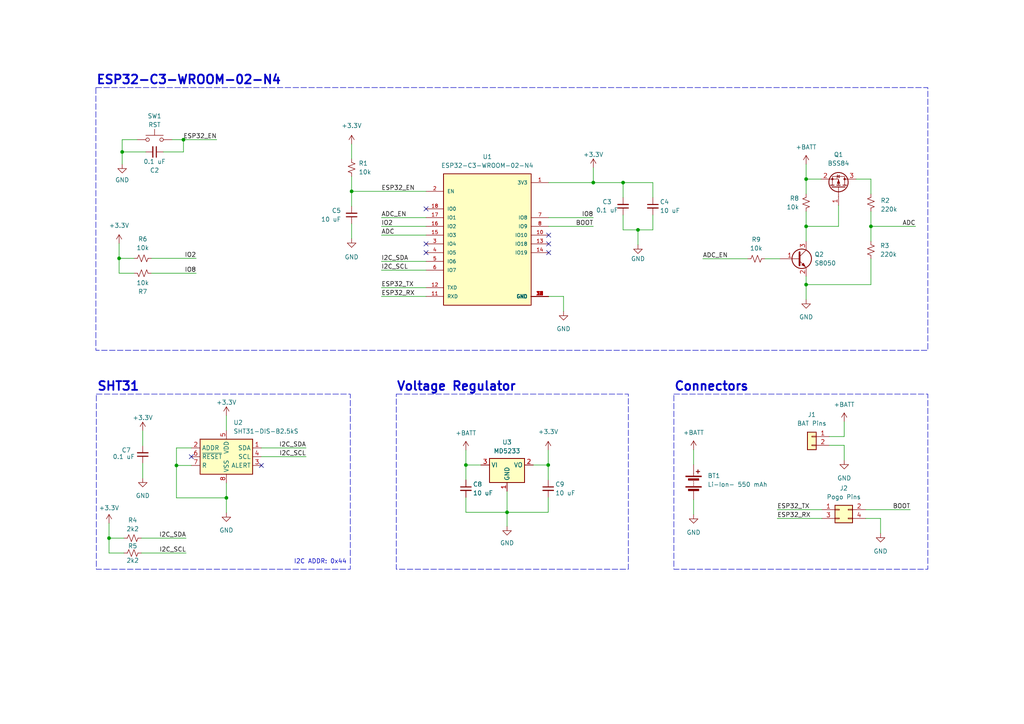
<source format=kicad_sch>
(kicad_sch (version 20230121) (generator eeschema)
  (paper "A4")
  (title_block (title "ESP32-C3 SHT31 Board") (date "2023-07-01") (rev "2.0") (comment 1 "Diogo Gonçalves"))
  (lib_symbols
    (symbol "+3.3V_1" (power) (pin_names (offset 0))
      (property "Value" "+3.3V_1" (at 0 3.556 0))
      (symbol "+3.3V_1_0_1"
        (polyline (pts (xy -0.762 1.27) (xy 0 2.54)))
        (polyline (pts (xy 0 0) (xy 0 2.54)))
        (polyline (pts (xy 0 2.54) (xy 0.762 1.27)))
      )
      (symbol "+3.3V_1_1_1"
        (pin power_in line (at 0 0 90) (length 0) hide (name "+3.3V") (number "1"))
      )
    )
    (symbol "AMS1117-3.3_1"
      (property "Reference" "U2" (at 0 6.223 0))
      (property "Value" "3V3" (at 0 3.683 0))
      (symbol "AMS1117-3.3_1_0_1"
        (rectangle (start -5.08 -5.08) (end 5.08 1.905) (stroke (width 0.254)) (fill (type background)))
      )
      (symbol "AMS1117-3.3_1_1_1"
        (pin power_in line (at 0 -7.62 90) (length 2.54) (name "GND") (number "1"))
        (pin power_out line (at 7.62 0 180) (length 2.54) (name "VO") (number "2"))
        (pin power_in line (at -7.62 0 0) (length 2.54) (name "VI") (number "3"))
      )
    )
    (symbol "Connector_Generic:Conn_01x02" (pin_names (offset 1.016) hide)
      (property "Reference" "J" (at 0 2.54 0))
      (property "Value" "Conn_01x02" (at 0 -5.08 0))
      (symbol "Conn_01x02_1_1"
        (rectangle (start -1.27 -2.413) (end 0 -2.667) (stroke (width 0.1524)))
        (rectangle (start -1.27 0.127) (end 0 -0.127) (stroke (width 0.1524)))
        (rectangle (start -1.27 1.27) (end 1.27 -3.81) (stroke (width 0.254)) (fill (type background)))
        (pin passive line (at -5.08 0 0) (length 3.81) (name "Pin_1") (number "1"))
        (pin passive line (at -5.08 -2.54 0) (length 3.81) (name "Pin_2") (number "2"))
      )
    )
    (symbol "Connector_Generic:Conn_02x02_Odd_Even" (pin_names (offset 1.016) hide)
      (property "Reference" "J" (at 1.27 2.54 0))
      (property "Value" "Conn_02x02_Odd_Even" (at 1.27 -5.08 0))
      (symbol "Conn_02x02_Odd_Even_1_1"
        (rectangle (start -1.27 -2.413) (end 0 -2.667) (stroke (width 0.1524)))
        (rectangle (start -1.27 0.127) (end 0 -0.127) (stroke (width 0.1524)))
        (rectangle (start -1.27 1.27) (end 3.81 -3.81) (stroke (width 0.254)) (fill (type background)))
        (rectangle (start 3.81 -2.413) (end 2.54 -2.667) (stroke (width 0.1524)))
        (rectangle (start 3.81 0.127) (end 2.54 -0.127) (stroke (width 0.1524)))
        (pin passive line (at -5.08 0 0) (length 3.81) (name "Pin_1") (number "1"))
        (pin passive line (at 7.62 0 180) (length 3.81) (name "Pin_2") (number "2"))
        (pin passive line (at -5.08 -2.54 0) (length 3.81) (name "Pin_3") (number "3"))
        (pin passive line (at 7.62 -2.54 180) (length 3.81) (name "Pin_4") (number "4"))
      )
    )
    (symbol "Device:Battery" (pin_numbers hide) (pin_names (offset 0) hide)
      (property "Reference" "BT" (at 2.54 2.54 0))
      (property "Value" "Battery" (at 2.54 0 0))
      (symbol "Battery_0_1"
        (rectangle (start -2.286 -1.27) (end 2.286 -1.524) (fill (type outline)))
        (rectangle (start -2.286 1.778) (end 2.286 1.524) (fill (type outline)))
        (rectangle (start -1.524 -2.032) (end 1.524 -2.54) (fill (type outline)))
        (rectangle (start -1.524 1.016) (end 1.524 0.508) (fill (type outline)))
        (polyline (pts (xy 0 -1.016) (xy 0 -0.762)))
        (polyline (pts (xy 0 -0.508) (xy 0 -0.254)))
        (polyline (pts (xy 0 0) (xy 0 0.254)))
        (polyline (pts (xy 0 1.778) (xy 0 2.54)))
        (polyline (pts (xy 0.762 3.048) (xy 1.778 3.048)) (stroke (width 0.254)))
        (polyline (pts (xy 1.27 3.556) (xy 1.27 2.54)) (stroke (width 0.254)))
      )
      (symbol "Battery_1_1"
        (pin passive line (at 0 5.08 270) (length 2.54) (name "+") (number "1"))
        (pin passive line (at 0 -5.08 90) (length 2.54) (name "-") (number "2"))
      )
    )
    (symbol "Device:C_Small" (pin_numbers hide) (pin_names (offset 0.254) hide)
      (property "Reference" "C" (at 0.254 1.778 0))
      (property "Value" "C_Small" (at 0.254 -2.032 0))
      (symbol "C_Small_0_1"
        (polyline (pts (xy -1.524 -0.508) (xy 1.524 -0.508)) (stroke (width 0.3302)))
        (polyline (pts (xy -1.524 0.508) (xy 1.524 0.508)) (stroke (width 0.3048)))
      )
      (symbol "C_Small_1_1"
        (pin passive line (at 0 2.54 270) (length 2.032) (name "~") (number "1"))
        (pin passive line (at 0 -2.54 90) (length 2.032) (name "~") (number "2"))
      )
    )
    (symbol "Device:R_Small_US" (pin_numbers hide) (pin_names (offset 0.254) hide)
      (property "Reference" "R" (at 0.762 0.508 0))
      (property "Value" "R_Small_US" (at 0.762 -1.016 0))
      (symbol "R_Small_US_1_1"
        (polyline (pts (xy 0 0) (xy 1.016 -0.381) (xy 0 -0.762) (xy -1.016 -1.143) (xy 0 -1.524)))
        (polyline (pts (xy 0 1.524) (xy 1.016 1.143) (xy 0 0.762) (xy -1.016 0.381) (xy 0 0)))
        (pin passive line (at 0 2.54 270) (length 1.016) (name "~") (number "1"))
        (pin passive line (at 0 -2.54 90) (length 1.016) (name "~") (number "2"))
      )
    )
    (symbol "ESP32-C3-WROOM-02-N4:ESP32-C3-WROOM-02-N4" (pin_names (offset 1.016))
      (property "Reference" "U1" (at 0 25.273 0))
      (property "Value" "ESP32-C3-WROOM-02-N4" (at 0 22.733 0))
      (symbol "ESP32-C3-WROOM-02-N4_0_0"
        (rectangle (start -12.7 -17.78) (end 12.7 20.32) (stroke (width 0.254)) (fill (type background)))
        (pin power_in line (at 17.78 17.78 180) (length 5.08) (name "3V3") (number "1"))
        (pin bidirectional line (at 17.78 2.54 180) (length 5.08) (name "IO10") (number "10"))
        (pin bidirectional line (at -17.78 -15.24 0) (length 5.08) (name "RXD") (number "11"))
        (pin bidirectional line (at -17.78 -12.7 0) (length 5.08) (name "TXD") (number "12"))
        (pin bidirectional line (at 17.78 0 180) (length 5.08) (name "IO18") (number "13"))
        (pin bidirectional line (at 17.78 -2.54 180) (length 5.08) (name "IO19") (number "14"))
        (pin bidirectional line (at -17.78 2.54 0) (length 5.08) (name "IO3") (number "15"))
        (pin bidirectional line (at -17.78 5.08 0) (length 5.08) (name "IO2") (number "16"))
        (pin bidirectional line (at -17.78 7.62 0) (length 5.08) (name "IO1") (number "17"))
        (pin bidirectional line (at -17.78 10.16 0) (length 5.08) (name "IO0") (number "18"))
        (pin power_in line (at 17.78 -15.24 180) (length 5.08) (name "GND") (number "19"))
        (pin input line (at -17.78 15.24 0) (length 5.08) (name "EN") (number "2"))
        (pin power_in line (at 17.78 -15.24 180) (length 5.08) (name "GND") (number "20"))
        (pin power_in line (at 17.78 -15.24 180) (length 5.08) (name "GND") (number "21"))
        (pin power_in line (at 17.78 -15.24 180) (length 5.08) (name "GND") (number "22"))
        (pin power_in line (at 17.78 -15.24 180) (length 5.08) (name "GND") (number "23"))
        (pin power_in line (at 17.78 -15.24 180) (length 5.08) (name "GND") (number "24"))
        (pin power_in line (at 17.78 -15.24 180) (length 5.08) (name "GND") (number "25"))
        (pin power_in line (at 17.78 -15.24 180) (length 5.08) (name "GND") (number "26"))
        (pin power_in line (at 17.78 -15.24 180) (length 5.08) (name "GND") (number "27"))
        (pin power_in line (at 17.78 -15.24 180) (length 5.08) (name "GND") (number "28"))
        (pin power_in line (at 17.78 -15.24 180) (length 5.08) (name "GND") (number "29"))
        (pin bidirectional line (at -17.78 0 0) (length 5.08) (name "IO4") (number "3"))
        (pin power_in line (at 17.78 -15.24 180) (length 5.08) (name "GND") (number "30"))
        (pin power_in line (at 17.78 -15.24 180) (length 5.08) (name "GND") (number "31"))
        (pin power_in line (at 17.78 -15.24 180) (length 5.08) (name "GND") (number "32"))
        (pin power_in line (at 17.78 -15.24 180) (length 5.08) (name "GND") (number "33"))
        (pin power_in line (at 17.78 -15.24 180) (length 5.08) (name "GND") (number "34"))
        (pin power_in line (at 17.78 -15.24 180) (length 5.08) (name "GND") (number "35"))
        (pin power_in line (at 17.78 -15.24 180) (length 5.08) (name "GND") (number "36"))
        (pin power_in line (at 17.78 -15.24 180) (length 5.08) (name "GND") (number "37"))
        (pin power_in line (at 17.78 -15.24 180) (length 5.08) (name "GND") (number "38"))
        (pin power_in line (at 17.78 -15.24 180) (length 5.08) (name "GND") (number "39"))
        (pin bidirectional line (at -17.78 -2.54 0) (length 5.08) (name "IO5") (number "4"))
        (pin bidirectional line (at -17.78 -5.08 0) (length 5.08) (name "IO6") (number "5"))
        (pin bidirectional line (at -17.78 -7.62 0) (length 5.08) (name "IO7") (number "6"))
        (pin bidirectional line (at 17.78 7.62 180) (length 5.08) (name "IO8") (number "7"))
        (pin bidirectional line (at 17.78 5.08 180) (length 5.08) (name "IO9") (number "8"))
        (pin power_in line (at 17.78 -15.24 180) (length 5.08) (name "GND") (number "9"))
      )
    )
    (symbol "GND_1" (power) (pin_names (offset 0))
      (property "Value" "GND_1" (at 0 -3.81 0))
      (symbol "GND_1_0_1"
        (polyline (pts (xy 0 0) (xy 0 -1.27) (xy 1.27 -1.27) (xy 0 -2.54) (xy -1.27 -1.27) (xy 0 -1.27)))
      )
      (symbol "GND_1_1_1"
        (pin power_in line (at 0 0 270) (length 0) hide (name "GND") (number "1"))
      )
    )
    (symbol "GND_2" (power) (pin_names (offset 0))
      (property "Value" "GND_2" (at 0 -3.81 0))
      (symbol "GND_2_0_1"
        (polyline (pts (xy 0 0) (xy 0 -1.27) (xy 1.27 -1.27) (xy 0 -2.54) (xy -1.27 -1.27) (xy 0 -1.27)))
      )
      (symbol "GND_2_1_1"
        (pin power_in line (at 0 0 270) (length 0) hide (name "GND") (number "1"))
      )
    )
    (symbol "GND_3" (power) (pin_names (offset 0))
      (property "Value" "GND_3" (at 0 -3.81 0))
      (symbol "GND_3_0_1"
        (polyline (pts (xy 0 0) (xy 0 -1.27) (xy 1.27 -1.27) (xy 0 -2.54) (xy -1.27 -1.27) (xy 0 -1.27)))
      )
      (symbol "GND_3_1_1"
        (pin power_in line (at 0 0 270) (length 0) hide (name "GND") (number "1"))
      )
    )
    (symbol "GND_5" (power) (pin_names (offset 0))
      (property "Value" "GND_5" (at 0 -3.81 0))
      (symbol "GND_5_0_1"
        (polyline (pts (xy 0 0) (xy 0 -1.27) (xy 1.27 -1.27) (xy 0 -2.54) (xy -1.27 -1.27) (xy 0 -1.27)))
      )
      (symbol "GND_5_1_1"
        (pin power_in line (at 0 0 270) (length 0) hide (name "GND") (number "1"))
      )
    )
    (symbol "GND_6" (power) (pin_names (offset 0))
      (property "Value" "GND_6" (at 0 -3.81 0))
      (symbol "GND_6_0_1"
        (polyline (pts (xy 0 0) (xy 0 -1.27) (xy 1.27 -1.27) (xy 0 -2.54) (xy -1.27 -1.27) (xy 0 -1.27)))
      )
      (symbol "GND_6_1_1"
        (pin power_in line (at 0 0 270) (length 0) hide (name "GND") (number "1"))
      )
    )
    (symbol "GND_7" (power) (pin_names (offset 0))
      (property "Value" "GND_7" (at 0 -3.81 0))
      (symbol "GND_7_0_1"
        (polyline (pts (xy 0 0) (xy 0 -1.27) (xy 1.27 -1.27) (xy 0 -2.54) (xy -1.27 -1.27) (xy 0 -1.27)))
      )
      (symbol "GND_7_1_1"
        (pin power_in line (at 0 0 270) (length 0) hide (name "GND") (number "1"))
      )
    )
    (symbol "GND_8" (power) (pin_names (offset 0))
      (property "Value" "GND_8" (at 0 -3.81 0))
      (symbol "GND_8_0_1"
        (polyline (pts (xy 0 0) (xy 0 -1.27) (xy 1.27 -1.27) (xy 0 -2.54) (xy -1.27 -1.27) (xy 0 -1.27)))
      )
      (symbol "GND_8_1_1"
        (pin power_in line (at 0 0 270) (length 0) hide (name "GND") (number "1"))
      )
    )
    (symbol "GND_9" (power) (pin_names (offset 0))
      (property "Value" "GND_9" (at 0 -3.81 0))
      (symbol "GND_9_0_1"
        (polyline (pts (xy 0 0) (xy 0 -1.27) (xy 1.27 -1.27) (xy 0 -2.54) (xy -1.27 -1.27) (xy 0 -1.27)))
      )
      (symbol "GND_9_1_1"
        (pin power_in line (at 0 0 270) (length 0) hide (name "GND") (number "1"))
      )
    )
    (symbol "Sensor_Humidity:SHT31-DIS"
      (property "Reference" "U" (at -6.35 6.35 0))
      (property "Value" "SHT31-DIS" (at 6.35 6.35 0))
      (symbol "SHT31-DIS_0_1"
        (rectangle (start -7.62 5.08) (end 7.62 -5.08) (stroke (width 0.254)) (fill (type background)))
      )
      (symbol "SHT31-DIS_1_1"
        (pin bidirectional line (at 10.16 2.54 180) (length 2.54) (name "SDA") (number "1"))
        (pin input line (at -10.16 2.54 0) (length 2.54) (name "ADDR") (number "2"))
        (pin output line (at 10.16 -2.54 180) (length 2.54) (name "ALERT") (number "3"))
        (pin input line (at 10.16 0 180) (length 2.54) (name "SCL") (number "4"))
        (pin power_in line (at 0 7.62 270) (length 2.54) (name "VDD") (number "5"))
        (pin input line (at -10.16 0 0) (length 2.54) (name "~{RESET}") (number "6"))
        (pin passive line (at -10.16 -2.54 0) (length 2.54) (name "R") (number "7"))
        (pin power_in line (at 0 -7.62 90) (length 2.54) (name "VSS") (number "8"))
        (pin passive line (at 0 -7.62 90) (length 2.54) hide (name "VSS") (number "9"))
      )
    )
    (symbol "Switch:SW_Push" (pin_numbers hide) (pin_names (offset 1.016) hide)
      (property "Reference" "SW" (at 1.27 2.54 0))
      (property "Value" "SW_Push" (at 0 -1.524 0))
      (symbol "SW_Push_0_1"
        (circle (center -2.032 0) (radius 0.508))
        (polyline (pts (xy 0 1.27) (xy 0 3.048)))
        (polyline (pts (xy 2.54 1.27) (xy -2.54 1.27)))
        (circle (center 2.032 0) (radius 0.508))
        (pin passive line (at -5.08 0 0) (length 2.54) (name "1") (number "1"))
        (pin passive line (at 5.08 0 180) (length 2.54) (name "2") (number "2"))
      )
    )
    (symbol "Transistor_BJT:MMBT3904" (pin_names (offset 0) hide)
      (property "Reference" "Q" (at 5.08 1.905 0))
      (property "Value" "MMBT3904" (at 5.08 0 0))
      (symbol "MMBT3904_0_1"
        (polyline (pts (xy 0.635 0.635) (xy 2.54 2.54)))
        (polyline (pts (xy 0.635 -0.635) (xy 2.54 -2.54) (xy 2.54 -2.54)))
        (polyline (pts (xy 0.635 1.905) (xy 0.635 -1.905) (xy 0.635 -1.905)) (stroke (width 0.508)))
        (polyline (pts (xy 1.27 -1.778) (xy 1.778 -1.27) (xy 2.286 -2.286) (xy 1.27 -1.778) (xy 1.27 -1.778)) (fill (type outline)))
        (circle (center 1.27 0) (radius 2.8194) (stroke (width 0.254)))
      )
      (symbol "MMBT3904_1_1"
        (pin input line (at -5.08 0 0) (length 5.715) (name "B") (number "1"))
        (pin passive line (at 2.54 -5.08 90) (length 2.54) (name "E") (number "2"))
        (pin passive line (at 2.54 5.08 270) (length 2.54) (name "C") (number "3"))
      )
    )
    (symbol "Transistor_FET:BSS84" (pin_names hide)
      (property "Reference" "Q" (at 5.08 1.905 0))
      (property "Value" "BSS84" (at 5.08 0 0))
      (symbol "BSS84_0_1"
        (polyline (pts (xy 0.254 0) (xy -2.54 0)))
        (polyline (pts (xy 0.254 1.905) (xy 0.254 -1.905)) (stroke (width 0.254)))
        (polyline (pts (xy 0.762 -1.27) (xy 0.762 -2.286)) (stroke (width 0.254)))
        (polyline (pts (xy 0.762 0.508) (xy 0.762 -0.508)) (stroke (width 0.254)))
        (polyline (pts (xy 0.762 2.286) (xy 0.762 1.27)) (stroke (width 0.254)))
        (polyline (pts (xy 2.54 2.54) (xy 2.54 1.778)))
        (polyline (pts (xy 2.54 -2.54) (xy 2.54 0) (xy 0.762 0)))
        (polyline (pts (xy 0.762 1.778) (xy 3.302 1.778) (xy 3.302 -1.778) (xy 0.762 -1.778)))
        (polyline (pts (xy 2.286 0) (xy 1.27 0.381) (xy 1.27 -0.381) (xy 2.286 0)) (fill (type outline)))
        (polyline (pts (xy 2.794 -0.508) (xy 2.921 -0.381) (xy 3.683 -0.381) (xy 3.81 -0.254)))
        (polyline (pts (xy 3.302 -0.381) (xy 2.921 0.254) (xy 3.683 0.254) (xy 3.302 -0.381)))
        (circle (center 1.651 0) (radius 2.794) (stroke (width 0.254)))
        (circle (center 2.54 -1.778) (radius 0.254) (fill (type outline)))
        (circle (center 2.54 1.778) (radius 0.254) (fill (type outline)))
      )
      (symbol "BSS84_1_1"
        (pin input line (at -5.08 0 0) (length 2.54) (name "G") (number "1"))
        (pin passive line (at 2.54 -5.08 90) (length 2.54) (name "S") (number "2"))
        (pin passive line (at 2.54 5.08 270) (length 2.54) (name "D") (number "3"))
      )
    )
    (symbol "power:+3.3V" (power) (pin_names (offset 0))
      (property "Value" "+3.3V" (at 0 3.556 0))
      (symbol "+3.3V_0_1"
        (polyline (pts (xy -0.762 1.27) (xy 0 2.54)))
        (polyline (pts (xy 0 0) (xy 0 2.54)))
        (polyline (pts (xy 0 2.54) (xy 0.762 1.27)))
      )
      (symbol "+3.3V_1_1"
        (pin power_in line (at 0 0 90) (length 0) hide (name "+3.3V") (number "1"))
      )
    )
    (symbol "power:+BATT" (power) (pin_names (offset 0))
      (property "Value" "+BATT" (at 0 3.556 0))
      (symbol "+BATT_0_1"
        (polyline (pts (xy -0.762 1.27) (xy 0 2.54)))
        (polyline (pts (xy 0 0) (xy 0 2.54)))
        (polyline (pts (xy 0 2.54) (xy 0.762 1.27)))
      )
      (symbol "+BATT_1_1"
        (pin power_in line (at 0 0 90) (length 0) hide (name "+BATT") (number "1"))
      )
    )
    (symbol "power:GND" (power) (pin_names (offset 0))
      (property "Value" "GND" (at 0 -3.81 0))
      (symbol "GND_0_1"
        (polyline (pts (xy 0 0) (xy 0 -1.27) (xy 1.27 -1.27) (xy 0 -2.54) (xy -1.27 -1.27) (xy 0 -1.27)))
      )
      (symbol "GND_1_1"
        (pin power_in line (at 0 0 270) (length 0) hide (name "GND") (number "1"))
      )
    )
  )
  (junction (at 34.544 74.93))
  (junction (at 35.433 44.069))
  (junction (at 233.807 82.55))
  (junction (at 135.128 134.874))
  (junction (at 233.807 51.943))
  (junction (at 31.623 156.083))
  (junction (at 159.004 134.874))
  (junction (at 65.659 144.399))
  (junction (at 233.807 65.659))
  (junction (at 185.039 66.675))
  (junction (at 147.066 148.59))
  (junction (at 180.721 52.959))
  (junction (at 51.181 135.001))
  (junction (at 172.085 52.959))
  (junction (at 101.981 55.499))
  (junction (at 252.603 65.659))
  (junction (at 53.213 40.513))
  (no_connect (at 123.571 70.739))
  (no_connect (at 159.131 73.279))
  (no_connect (at 123.571 73.279))
  (no_connect (at 123.571 60.579))
  (no_connect (at 159.131 68.199))
  (no_connect (at 75.819 135.001))
  (no_connect (at 55.499 132.461))
  (no_connect (at 159.131 70.739))
  (wire (pts (xy 252.603 75.057) (xy 252.603 82.55)))
  (wire (pts (xy 51.181 144.399) (xy 65.659 144.399)))
  (wire (pts (xy 31.623 160.401) (xy 35.941 160.401)))
  (wire (pts (xy 123.571 78.359) (xy 110.617 78.359)))
  (wire (pts (xy 65.659 144.399) (xy 65.659 148.717)))
  (wire (pts (xy 159.131 85.979) (xy 163.449 85.979)))
  (wire (pts (xy 53.213 40.513) (xy 53.213 44.069)))
  (wire (pts (xy 172.085 52.959) (xy 180.721 52.959)))
  (wire (pts (xy 35.433 40.513) (xy 39.751 40.513)))
  (wire (pts (xy 42.291 44.069) (xy 35.433 44.069)))
  (wire (pts (xy 172.085 65.659) (xy 159.131 65.659)))
  (wire (pts (xy 201.168 149.225) (xy 201.168 144.907)))
  (wire (pts (xy 159.004 148.59) (xy 159.004 144.272)))
  (wire (pts (xy 180.721 57.277) (xy 180.721 52.959)))
  (wire (pts (xy 203.835 75.057) (xy 216.789 75.057)))
  (wire (pts (xy 244.856 126.619) (xy 244.856 122.301)))
  (wire (pts (xy 51.181 129.921) (xy 51.181 135.001)))
  (wire (pts (xy 34.544 74.93) (xy 38.862 74.93)))
  (wire (pts (xy 180.721 66.675) (xy 185.039 66.675)))
  (wire (pts (xy 135.128 148.59) (xy 147.066 148.59)))
  (wire (pts (xy 233.807 51.943) (xy 233.807 47.625)))
  (wire (pts (xy 159.004 134.874) (xy 159.004 130.556)))
  (wire (pts (xy 53.213 44.069) (xy 47.371 44.069)))
  (wire (pts (xy 51.181 129.921) (xy 55.499 129.921)))
  (wire (pts (xy 65.659 140.081) (xy 65.659 144.399)))
  (wire (pts (xy 172.085 63.119) (xy 159.131 63.119)))
  (wire (pts (xy 51.181 135.001) (xy 51.181 144.399)))
  (wire (pts (xy 123.571 83.439) (xy 110.617 83.439)))
  (wire (pts (xy 31.623 156.083) (xy 35.941 156.083)))
  (wire (pts (xy 252.603 65.659) (xy 265.557 65.659)))
  (wire (pts (xy 51.181 135.001) (xy 55.499 135.001)))
  (wire (pts (xy 135.128 148.59) (xy 135.128 144.272)))
  (wire (pts (xy 34.544 74.93) (xy 34.544 79.248)))
  (wire (pts (xy 189.357 57.277) (xy 189.357 52.959)))
  (wire (pts (xy 75.819 132.461) (xy 88.773 132.461)))
  (wire (pts (xy 53.213 40.513) (xy 49.911 40.513)))
  (wire (pts (xy 244.856 129.159) (xy 240.538 129.159)))
  (wire (pts (xy 233.807 82.55) (xy 233.807 86.868)))
  (wire (pts (xy 101.981 69.215) (xy 101.981 64.897)))
  (wire (pts (xy 238.379 150.368) (xy 225.425 150.368)))
  (wire (pts (xy 110.617 63.119) (xy 123.571 63.119)))
  (wire (pts (xy 255.397 150.368) (xy 255.397 154.686)))
  (wire (pts (xy 252.603 61.341) (xy 252.603 65.659)))
  (wire (pts (xy 123.571 75.819) (xy 110.617 75.819)))
  (wire (pts (xy 65.659 124.841) (xy 65.659 120.523)))
  (wire (pts (xy 43.942 74.93) (xy 56.896 74.93)))
  (wire (pts (xy 101.981 55.499) (xy 123.571 55.499)))
  (wire (pts (xy 147.066 148.59) (xy 147.066 152.654)))
  (wire (pts (xy 110.617 65.659) (xy 123.571 65.659)))
  (wire (pts (xy 101.981 55.499) (xy 101.981 51.181)))
  (wire (pts (xy 163.449 90.297) (xy 163.449 85.979)))
  (wire (pts (xy 252.603 65.659) (xy 252.603 69.977)))
  (wire (pts (xy 233.807 82.55) (xy 252.603 82.55)))
  (wire (pts (xy 185.039 70.993) (xy 185.039 66.675)))
  (wire (pts (xy 41.402 129.286) (xy 41.402 124.968)))
  (wire (pts (xy 123.571 85.979) (xy 110.617 85.979)))
  (wire (pts (xy 251.079 147.828) (xy 264.033 147.828)))
  (wire (pts (xy 159.131 52.959) (xy 172.085 52.959)))
  (wire (pts (xy 35.433 47.625) (xy 35.433 44.069)))
  (wire (pts (xy 41.402 134.366) (xy 41.402 138.684)))
  (wire (pts (xy 201.168 134.747) (xy 201.168 130.429)))
  (wire (pts (xy 252.603 51.943) (xy 252.603 56.261)))
  (wire (pts (xy 62.865 40.513) (xy 53.213 40.513)))
  (wire (pts (xy 43.942 79.248) (xy 56.896 79.248)))
  (wire (pts (xy 172.085 52.959) (xy 172.085 48.641)))
  (wire (pts (xy 101.981 46.101) (xy 101.981 41.783)))
  (wire (pts (xy 248.285 51.943) (xy 252.603 51.943)))
  (wire (pts (xy 238.379 147.828) (xy 225.425 147.828)))
  (wire (pts (xy 233.807 65.659) (xy 243.205 65.659)))
  (wire (pts (xy 159.004 134.874) (xy 154.686 134.874)))
  (wire (pts (xy 31.623 156.083) (xy 31.623 151.765)))
  (wire (pts (xy 244.856 126.619) (xy 240.538 126.619)))
  (wire (pts (xy 41.021 160.401) (xy 53.975 160.401)))
  (wire (pts (xy 233.807 65.659) (xy 233.807 61.341)))
  (wire (pts (xy 185.039 66.675) (xy 189.357 66.675)))
  (wire (pts (xy 243.205 59.563) (xy 243.205 65.659)))
  (wire (pts (xy 244.856 129.159) (xy 244.856 133.477)))
  (wire (pts (xy 180.721 66.675) (xy 180.721 62.357)))
  (wire (pts (xy 233.807 69.977) (xy 233.807 65.659)))
  (wire (pts (xy 110.617 68.199) (xy 123.571 68.199)))
  (wire (pts (xy 35.433 44.069) (xy 35.433 40.513)))
  (wire (pts (xy 226.187 75.057) (xy 221.869 75.057)))
  (wire (pts (xy 233.807 51.943) (xy 238.125 51.943)))
  (wire (pts (xy 189.357 66.675) (xy 189.357 62.357)))
  (wire (pts (xy 34.544 70.612) (xy 34.544 74.93)))
  (wire (pts (xy 159.004 139.192) (xy 159.004 134.874)))
  (wire (pts (xy 255.397 150.368) (xy 251.079 150.368)))
  (wire (pts (xy 135.128 139.192) (xy 135.128 134.874)))
  (wire (pts (xy 135.128 134.874) (xy 139.446 134.874)))
  (wire (pts (xy 75.819 129.921) (xy 88.773 129.921)))
  (wire (pts (xy 135.128 134.874) (xy 135.128 130.556)))
  (wire (pts (xy 34.544 79.248) (xy 38.862 79.248)))
  (wire (pts (xy 147.066 148.59) (xy 159.004 148.59)))
  (wire (pts (xy 101.981 59.817) (xy 101.981 55.499)))
  (wire (pts (xy 147.066 142.494) (xy 147.066 148.59)))
  (wire (pts (xy 233.807 80.137) (xy 233.807 82.55)))
  (wire (pts (xy 41.021 156.083) (xy 53.975 156.083)))
  (wire (pts (xy 180.721 52.959) (xy 189.357 52.959)))
  (wire (pts (xy 233.807 56.261) (xy 233.807 51.943)))
  (wire (pts (xy 31.623 160.401) (xy 31.623 156.083)))
  (rectangle (start 27.94 114.3) (end 101.5999 165.1) (stroke (width 0) (type dash)))
  (rectangle (start 195.4531 114.3) (end 269.113 165.1) (stroke (width 0) (type dash)))
  (rectangle (start 27.813 25.4) (end 269.113 101.6) (stroke (width 0) (type dash)))
  (rectangle (start 114.935 114.3) (end 182.245 165.1) (stroke (width 0) (type dash)))
  (text "Connectors" (at 195.453 113.665 0) (effects (font (size 2.54 2.54) (thickness 0.508) bold) (justify left bottom)))
  (text "SHT31" (at 28.067 113.665 0) (effects (font (size 2.54 2.54) (thickness 0.508) bold) (justify left bottom)))
  (text "ESP32-C3-WROOM-02-N4" (at 27.813 24.765 0) (effects (font (size 2.54 2.54) (thickness 0.508) bold) (justify left bottom)))
  (text "I2C ADDR: 0x44" (at 85.217 163.703 0) (effects (font (size 1.27 1.27)) (justify left bottom)))
  (text "Voltage Regulator" (at 114.935 113.665 0) (effects (font (size 2.54 2.54) bold) (justify left bottom)))
  (label "IO2" (at 110.617 65.659 0))
  (label "BOOT" (at 172.085 65.659 180))
  (label "ADC_EN" (at 203.835 75.057 0))
  (label "ESP32_EN" (at 110.617 55.499 0))
  (label "ESP32_EN" (at 62.865 40.513 180))
  (label "I2C_SDA" (at 53.975 156.083 180))
  (label "ESP32_RX" (at 225.425 150.368 0))
  (label "ADC" (at 110.617 68.199 0))
  (label "ADC_EN" (at 110.617 63.119 0))
  (label "BOOT" (at 264.033 147.828 180))
  (label "ESP32_TX" (at 110.617 83.439 0))
  (label "I2C_SDA" (at 88.773 129.921 180))
  (label "IO8" (at 56.896 79.248 180))
  (label "IO8" (at 172.085 63.119 180))
  (label "ESP32_TX" (at 225.425 147.828 0))
  (label "I2C_SCL" (at 110.617 78.359 0))
  (label "I2C_SCL" (at 88.773 132.461 180))
  (label "I2C_SDA" (at 110.617 75.819 0))
  (label "ADC" (at 265.557 65.659 180))
  (label "ESP32_RX" (at 110.617 85.979 0))
  (label "I2C_SCL" (at 53.975 160.401 180))
  (label "IO2" (at 56.896 74.93 180))
  (symbol (lib_id "Transistor_FET:BSS84") (at 243.205 54.483 270) (mirror x) (unit 1)
    (property "Reference" "Q1" (at 243.205 44.831 90))
    (property "Value" "BSS84" (at 243.205 47.371 90))
    (property "Footprint" "Package_TO_SOT_SMD:SOT-23" (effects hide))
    (property "Datasheet" "http://assets.nexperia.com/documents/data-sheet/BSS84.pdf" (effects hide))
    (property "LCSC" "C8492" (effects hide))
  )
  (symbol (lib_id "power:+3.3V") (at 172.085 48.641 0) (unit 1)
    (property "Reference" "#PWR02" (effects hide))
    (property "Value" "+3.3V" (at 172.085 44.831 0))
  )
  (symbol (lib_id "Device:C_Small") (at 101.981 62.357 0) (mirror x) (unit 1)
    (property "Reference" "C5" (at 98.933 61.0806 0) (effects (justify right)))
    (property "Value" "10 uF" (at 98.933 63.6206 0) (effects (justify right)))
    (property "Footprint" "Capacitor_SMD:C_0402_1005Metric_Pad0.74x0.62mm_HandSolder" (effects hide))
    (property "LCSC" "C15525" (effects hide))
  )
  (symbol (lib_name "GND_8") (lib_id "power:GND") (at 255.397 154.686 0) (mirror y) (unit 1)
    (property "Reference" "#PWR019" (effects hide))
    (property "Value" "GND" (at 255.397 159.893 0))
  )
  (symbol (lib_name "+3.3V_1") (lib_id "power:+3.3V") (at 159.004 130.556 0) (unit 1)
    (property "Reference" "#PWR014" (effects hide))
    (property "Value" "+3.3V" (at 159.004 125.222 0))
  )
  (symbol (lib_id "Device:R_Small_US") (at 41.402 74.93 90) (unit 1)
    (property "Reference" "R6" (at 41.402 69.342 90))
    (property "Value" "10k" (at 41.402 71.882 90))
    (property "Footprint" "Resistor_SMD:R_0402_1005Metric_Pad0.72x0.64mm_HandSolder" (effects hide))
    (property "LCSC" "C25744" (effects hide))
  )
  (symbol (lib_id "power:GND") (at 65.659 148.717 0) (unit 1)
    (property "Reference" "#PWR018" (effects hide))
    (property "Value" "GND" (at 65.659 153.797 0))
  )
  (symbol (lib_id "power:+BATT") (at 233.807 47.625 0) (unit 1)
    (property "Reference" "#PWR07" (effects hide))
    (property "Value" "+BATT" (at 233.807 42.672 0))
  )
  (symbol (lib_name "GND_8") (lib_id "power:GND") (at 244.856 133.477 0) (mirror y) (unit 1)
    (property "Reference" "#PWR08" (effects hide))
    (property "Value" "GND" (at 244.856 138.684 0))
  )
  (symbol (lib_id "Device:Battery") (at 201.168 139.827 0) (unit 1)
    (property "Reference" "BT1" (at 205.232 137.9855 0) (effects (justify left)))
    (property "Value" "Li-Ion- 550 mAh" (at 205.232 140.5255 0) (effects (justify left)))
    (property "Footprint" "Connector_PinHeader_2.54mm:PinHeader_1x02_P2.54mm_Horizontal" (effects hide))
  )
  (symbol (lib_name "AMS1117-3.3_1") (lib_id "Regulator_Linear:AMS1117-3.3") (at 147.066 134.874 0) (unit 1)
    (property "Reference" "U3" (at 147.066 128.27 0))
    (property "Value" "MD5233" (at 147.066 130.81 0))
    (property "Footprint" "Package_TO_SOT_SMD:SOT-23-3" (effects hide))
    (property "LCSC" "C920353" (effects hide))
  )
  (symbol (lib_name "GND_7") (lib_id "power:GND") (at 233.807 86.868 0) (mirror y) (unit 1)
    (property "Reference" "#PWR015" (effects hide))
    (property "Value" "GND" (at 233.807 91.948 0))
  )
  (symbol (lib_name "GND_5") (lib_id "power:GND") (at 201.168 149.225 0) (unit 1)
    (property "Reference" "#PWR020" (effects hide))
    (property "Value" "GND" (at 201.168 154.432 0))
  )
  (symbol (lib_id "Connector_Generic:Conn_01x02") (at 235.458 126.619 0) (mirror y) (unit 1)
    (property "Reference" "J1" (at 235.458 120.269 0))
    (property "Value" "BAT Pins" (at 235.458 122.809 0))
  )
  (symbol (lib_id "power:+BATT") (at 135.128 130.556 0) (unit 1)
    (property "Reference" "#PWR013" (effects hide))
    (property "Value" "+BATT" (at 135.128 125.603 0))
  )
  (symbol (lib_id "Device:R_Small_US") (at 219.329 75.057 90) (unit 1)
    (property "Reference" "R9" (at 219.329 69.469 90))
    (property "Value" "10k" (at 219.329 72.009 90))
    (property "Footprint" "Resistor_SMD:R_0402_1005Metric_Pad0.72x0.64mm_HandSolder" (effects hide))
    (property "LCSC" "C25744" (effects hide))
  )
  (symbol (lib_id "Device:R_Small_US") (at 38.481 156.083 90) (unit 1)
    (property "Reference" "R4" (at 38.481 150.876 90))
    (property "Value" "2k2" (at 38.481 153.416 90))
    (property "Footprint" "Resistor_SMD:R_0402_1005Metric_Pad0.72x0.64mm_HandSolder" (effects hide))
    (property "LCSC" "C25879" (effects hide))
  )
  (symbol (lib_id "Transistor_BJT:MMBT3904") (at 231.267 75.057 0) (unit 1)
    (property "Reference" "Q2" (at 236.22 73.787 0) (effects (justify left)))
    (property "Value" "S8050" (at 236.22 76.327 0) (effects (justify left)))
    (property "Footprint" "Package_TO_SOT_SMD:SOT-23" (effects hide))
    (property "Datasheet" "https://www.onsemi.com/pub/Collateral/2N3903-D.PDF" (effects hide))
    (property "LCSC" "C2150" (effects hide))
  )
  (symbol (lib_name "GND_1") (lib_id "power:GND") (at 163.449 90.297 0) (unit 1)
    (property "Reference" "#PWR09" (effects hide))
    (property "Value" "GND" (at 163.449 95.377 0))
  )
  (symbol (lib_id "Device:C_Small") (at 180.721 59.817 0) (mirror x) (unit 1)
    (property "Reference" "C3" (at 177.419 58.5406 0) (effects (justify right)))
    (property "Value" "0.1 uF" (at 179.324 60.96 0) (effects (justify right)))
    (property "Footprint" "Capacitor_SMD:C_0402_1005Metric_Pad0.74x0.62mm_HandSolder" (effects hide))
    (property "LCSC" "C1525" (effects hide))
  )
  (symbol (lib_id "power:+3.3V") (at 34.544 70.612 0) (unit 1)
    (property "Reference" "#PWR06" (effects hide))
    (property "Value" "+3.3V" (at 34.544 65.405 0))
  )
  (symbol (lib_name "GND_3") (lib_id "power:GND") (at 35.433 47.625 0) (mirror y) (unit 1)
    (property "Reference" "#PWR03" (effects hide))
    (property "Value" "GND" (at 35.433 52.197 0))
  )
  (symbol (lib_id "power:+BATT") (at 201.168 130.429 0) (unit 1)
    (property "Reference" "#PWR012" (effects hide))
    (property "Value" "+BATT" (at 201.168 125.476 0))
  )
  (symbol (lib_id "Device:R_Small_US") (at 41.402 79.248 90) (mirror x) (unit 1)
    (property "Reference" "R7" (at 41.402 84.582 90))
    (property "Value" "10k" (at 41.402 82.042 90))
    (property "Footprint" "Resistor_SMD:R_0402_1005Metric_Pad0.72x0.64mm_HandSolder" (effects hide))
    (property "LCSC" "C25744" (effects hide))
  )
  (symbol (lib_id "power:+3.3V") (at 31.623 151.765 0) (unit 1)
    (property "Reference" "#PWR021" (effects hide))
    (property "Value" "+3.3V" (at 31.623 147.32 0))
  )
  (symbol (lib_id "Connector_Generic:Conn_02x02_Odd_Even") (at 243.459 147.828 0) (unit 1)
    (property "Reference" "J2" (at 244.729 141.605 0))
    (property "Value" "Pogo Pins" (at 244.729 144.145 0))
    (property "Footprint" "Connector_PinHeader_2.54mm:PinHeader_2x02_P2.54mm_Vertical" (effects hide))
  )
  (symbol (lib_id "ESP32-C3-WROOM-02-N4:ESP32-C3-WROOM-02-N4") (at 141.351 70.739 0) (unit 1)
    (property "Reference" "U1" (at 141.351 45.466 0))
    (property "Value" "ESP32-C3-WROOM-02-N4" (at 141.351 48.006 0))
    (property "Footprint" "ESP32-C3 WROOM-02:MODULE_ESP32-C3-WROOM-02-H4" (effects hide))
    (property "AVAILABILITY" "In Stock" (effects hide))
    (property "LCSC" "C2934560" (effects hide))
  )
  (symbol (lib_id "Device:R_Small_US") (at 101.981 48.641 0) (unit 1)
    (property "Reference" "R1" (at 104.013 47.371 0) (effects (justify left)))
    (property "Value" "10k" (at 104.013 49.911 0) (effects (justify left)))
    (property "Footprint" "Resistor_SMD:R_0402_1005Metric_Pad0.72x0.64mm_HandSolder" (effects hide))
    (property "LCSC" "C25744" (effects hide))
  )
  (symbol (lib_id "Device:C_Small") (at 135.128 141.732 0) (mirror y) (unit 1)
    (property "Reference" "C8" (at 137.16 140.462 0) (effects (justify right)))
    (property "Value" "10 uF" (at 137.16 143.002 0) (effects (justify right)))
    (property "Footprint" "Capacitor_SMD:C_0603_1608Metric_Pad1.08x0.95mm_HandSolder" (effects hide))
    (property "LCSC" "C19702" (effects hide))
  )
  (symbol (lib_id "Device:R_Small_US") (at 38.481 160.401 90) (unit 1)
    (property "Reference" "R5" (at 38.481 158.369 90))
    (property "Value" "2k2" (at 38.481 162.56 90))
    (property "Footprint" "Resistor_SMD:R_0402_1005Metric_Pad0.72x0.64mm_HandSolder" (effects hide))
    (property "LCSC" "C25879" (effects hide))
  )
  (symbol (lib_name "+3.3V_1") (lib_id "power:+3.3V") (at 101.981 41.783 0) (unit 1)
    (property "Reference" "#PWR01" (effects hide))
    (property "Value" "+3.3V" (at 101.981 36.449 0))
  )
  (symbol (lib_id "Device:C_Small") (at 44.831 44.069 270) (unit 1)
    (property "Reference" "C2" (at 44.831 49.403 90))
    (property "Value" "0.1 uF" (at 44.831 46.863 90))
    (property "Footprint" "Capacitor_SMD:C_0402_1005Metric_Pad0.74x0.62mm_HandSolder" (effects hide))
    (property "LCSC" "C1525" (effects hide))
  )
  (symbol (lib_id "power:+3.3V") (at 65.659 120.523 0) (unit 1)
    (property "Reference" "#PWR010" (effects hide))
    (property "Value" "+3.3V" (at 65.659 116.713 0))
  )
  (symbol (lib_id "Device:C_Small") (at 159.004 141.732 0) (mirror y) (unit 1)
    (property "Reference" "C9" (at 161.036 140.462 0) (effects (justify right)))
    (property "Value" "10 uF" (at 161.036 143.002 0) (effects (justify right)))
    (property "Footprint" "Capacitor_SMD:C_0603_1608Metric_Pad1.08x0.95mm_HandSolder" (effects hide))
    (property "LCSC" "C19702" (effects hide))
  )
  (symbol (lib_name "GND_2") (lib_id "power:GND") (at 185.039 70.993 0) (unit 1)
    (property "Reference" "#PWR05" (effects hide))
    (property "Value" "GND" (at 185.039 75.057 0))
  )
  (symbol (lib_id "Device:C_Small") (at 189.357 59.817 0) (mirror y) (unit 1)
    (property "Reference" "C4" (at 191.389 58.547 0) (effects (justify right)))
    (property "Value" "10 uF" (at 191.389 61.087 0) (effects (justify right)))
    (property "Footprint" "Capacitor_SMD:C_0603_1608Metric_Pad1.08x0.95mm_HandSolder" (effects hide))
    (property "LCSC" "C19702" (effects hide))
  )
  (symbol (lib_id "power:GND") (at 41.402 138.684 0) (unit 1)
    (property "Reference" "#PWR016" (effects hide))
    (property "Value" "GND" (at 41.402 143.764 0))
  )
  (symbol (lib_name "GND_9") (lib_id "power:GND") (at 147.066 152.654 0) (unit 1)
    (property "Reference" "#PWR017" (effects hide))
    (property "Value" "GND" (at 147.066 157.48 0))
  )
  (symbol (lib_id "power:+BATT") (at 244.856 122.301 0) (unit 1)
    (property "Reference" "#PWR022" (effects hide))
    (property "Value" "+BATT" (at 244.856 117.348 0))
  )
  (symbol (lib_id "Device:C_Small") (at 41.402 131.826 180) (unit 1)
    (property "Reference" "C7" (at 37.973 130.556 0) (effects (justify left)))
    (property "Value" "0.1 uF" (at 39.116 132.461 0) (effects (justify left)))
    (property "Footprint" "Capacitor_SMD:C_0402_1005Metric_Pad0.74x0.62mm_HandSolder" (effects hide))
    (property "LCSC" "C1525" (effects hide))
  )
  (symbol (lib_name "GND_6") (lib_id "power:GND") (at 101.981 69.215 0) (unit 1)
    (property "Reference" "#PWR04" (effects hide))
    (property "Value" "GND" (at 101.981 74.549 0))
  )
  (symbol (lib_id "power:+3.3V") (at 41.402 124.968 0) (unit 1)
    (property "Reference" "#PWR011" (effects hide))
    (property "Value" "+3.3V" (at 41.402 121.158 0))
  )
  (symbol (lib_id "Device:R_Small_US") (at 233.807 58.801 0) (mirror y) (unit 1)
    (property "Reference" "R8" (at 231.775 57.531 0) (effects (justify left)))
    (property "Value" "10k" (at 231.775 60.071 0) (effects (justify left)))
    (property "Footprint" "Resistor_SMD:R_0402_1005Metric_Pad0.72x0.64mm_HandSolder" (effects hide))
    (property "LCSC" "C25744" (effects hide))
  )
  (symbol (lib_id "Device:R_Small_US") (at 252.603 72.517 180) (unit 1)
    (property "Reference" "R3" (at 255.27 71.247 0) (effects (justify right)))
    (property "Value" "220k" (at 255.27 73.787 0) (effects (justify right)))
    (property "Footprint" "Resistor_SMD:R_0402_1005Metric_Pad0.72x0.64mm_HandSolder" (effects hide))
    (property "JLCPCB" "C22961" (effects hide))
    (property "LCSC" "C25767" (effects hide))
  )
  (symbol (lib_id "Sensor_Humidity:SHT31-DIS") (at 65.659 132.461 0) (unit 1)
    (property "Reference" "U2" (at 67.691 122.555 0) (effects (justify left)))
    (property "Value" "SHT31-DIS-B2.5kS" (at 67.691 125.095 0) (effects (justify left)))
    (property "Footprint" "Sensor_Humidity:Sensirion_DFN-8-1EP_2.5x2.5mm_P0.5mm_EP1.1x1.7mm" (effects hide))
    (property "Datasheet" "https://www.sensirion.com/fileadmin/user_upload/customers/sensirion/Dokumente/2_Humidity_Sensors/Datasheets/Sensirion_Humidity_Sensors_SHT3x_Datasheet_digital.pdf" (effects hide))
    (property "LCSC" "C80862" (effects hide))
  )
  (symbol (lib_id "Device:R_Small_US") (at 252.603 58.801 0) (mirror y) (unit 1)
    (property "Reference" "R2" (at 255.397 58.166 0) (effects (justify right)))
    (property "Value" "220k" (at 255.397 60.706 0) (effects (justify right)))
    (property "Footprint" "Resistor_SMD:R_0402_1005Metric_Pad0.72x0.64mm_HandSolder" (effects hide))
    (property "JLCPCB" "C22961" (effects hide))
    (property "LCSC" "C25767" (effects hide))
  )
  (symbol (lib_id "Switch:SW_Push") (at 44.831 40.513 0) (mirror y) (unit 1)
    (property "Reference" "SW1" (at 44.831 33.655 0))
    (property "Value" "RST" (at 44.831 36.195 0))
    (property "Footprint" "SMD Switch:KEY-SMD_KSS-2G" (effects hide))
  )
)
</source>
